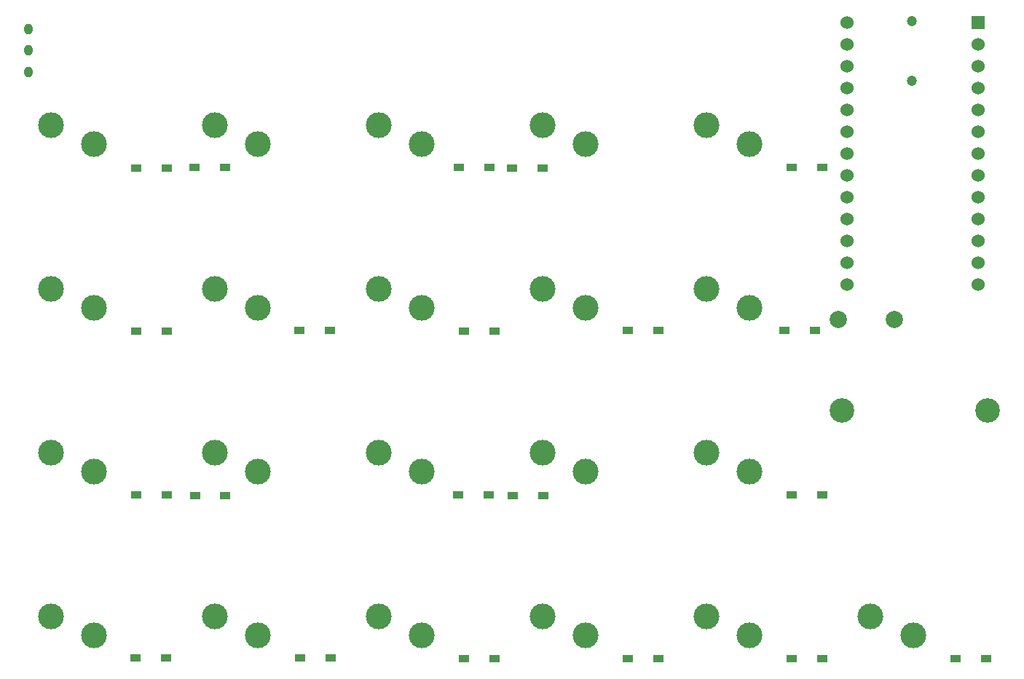
<source format=gbr>
%TF.GenerationSoftware,KiCad,Pcbnew,7.0.8*%
%TF.CreationDate,2024-10-11T08:32:43+09:00*%
%TF.ProjectId,cool642,636f6f6c-3634-4322-9e6b-696361645f70,rev?*%
%TF.SameCoordinates,Original*%
%TF.FileFunction,Soldermask,Top*%
%TF.FilePolarity,Negative*%
%FSLAX46Y46*%
G04 Gerber Fmt 4.6, Leading zero omitted, Abs format (unit mm)*
G04 Created by KiCad (PCBNEW 7.0.8) date 2024-10-11 08:32:43*
%MOMM*%
%LPD*%
G01*
G04 APERTURE LIST*
%ADD10R,1.300000X0.950000*%
%ADD11C,3.000000*%
%ADD12C,2.000000*%
%ADD13C,1.200000*%
%ADD14O,1.000000X1.300000*%
%ADD15C,2.850000*%
%ADD16C,1.524000*%
%ADD17R,1.524000X1.524000*%
G04 APERTURE END LIST*
D10*
%TO.C,D14*%
X62005000Y-27590000D03*
X65555000Y-27590000D03*
%TD*%
D11*
%TO.C,SW21*%
X-5000000Y-41800000D03*
X0Y-44000000D03*
%TD*%
%TO.C,SW15*%
X71200000Y-22750000D03*
X76200000Y-24950000D03*
%TD*%
D10*
%TO.C,D35*%
X81042500Y-65700000D03*
X84592500Y-65700000D03*
%TD*%
%TO.C,D15*%
X80215000Y-27520000D03*
X83765000Y-27520000D03*
%TD*%
D11*
%TO.C,SW33*%
X33100000Y-60850000D03*
X38100000Y-63050000D03*
%TD*%
D10*
%TO.C,D21*%
X4875000Y-46720000D03*
X8425000Y-46720000D03*
%TD*%
%TO.C,D13*%
X42975000Y-27660000D03*
X46525000Y-27660000D03*
%TD*%
D11*
%TO.C,SW4*%
X52150000Y-3700000D03*
X57150000Y-5900000D03*
%TD*%
%TO.C,SW36*%
X90250000Y-60850000D03*
X95250000Y-63050000D03*
%TD*%
%TO.C,SW3*%
X33100000Y-3700000D03*
X38100000Y-5900000D03*
%TD*%
D12*
%TO.C,SW41*%
X86490000Y-26300000D03*
X92990000Y-26300000D03*
%TD*%
D11*
%TO.C,SW31*%
X-5000000Y-60850000D03*
X0Y-63050000D03*
%TD*%
D10*
%TO.C,D25*%
X81085000Y-46680000D03*
X84635000Y-46680000D03*
%TD*%
%TO.C,D31*%
X4825000Y-65680000D03*
X8375000Y-65680000D03*
%TD*%
%TO.C,D34*%
X62015000Y-65750000D03*
X65565000Y-65750000D03*
%TD*%
D11*
%TO.C,SW1*%
X-5000000Y-3700000D03*
X0Y-5900000D03*
%TD*%
D10*
%TO.C,D24*%
X48650000Y-46760000D03*
X52200000Y-46760000D03*
%TD*%
%TO.C,D12*%
X23835000Y-27550000D03*
X27385000Y-27550000D03*
%TD*%
D11*
%TO.C,SW25*%
X71200000Y-41800000D03*
X76200000Y-44000000D03*
%TD*%
%TO.C,SW23*%
X33100000Y-41800000D03*
X38100000Y-44000000D03*
%TD*%
D10*
%TO.C,D11*%
X4855000Y-27610000D03*
X8405000Y-27610000D03*
%TD*%
D11*
%TO.C,SW2*%
X14050000Y-3700000D03*
X19050000Y-5900000D03*
%TD*%
D10*
%TO.C,D5*%
X81085000Y-8570000D03*
X84635000Y-8570000D03*
%TD*%
D11*
%TO.C,SW11*%
X-5000000Y-22750000D03*
X0Y-24950000D03*
%TD*%
%TO.C,SW5*%
X71200000Y-3700000D03*
X76200000Y-5900000D03*
%TD*%
%TO.C,SW32*%
X14050000Y-60850000D03*
X19050000Y-63050000D03*
%TD*%
D10*
%TO.C,D1*%
X4905000Y-8660000D03*
X8455000Y-8660000D03*
%TD*%
D11*
%TO.C,SW12*%
X14050000Y-22750000D03*
X19050000Y-24950000D03*
%TD*%
D10*
%TO.C,D33*%
X42975000Y-65700000D03*
X46525000Y-65700000D03*
%TD*%
%TO.C,D36*%
X100137500Y-65740000D03*
X103687500Y-65740000D03*
%TD*%
%TO.C,D23*%
X42275000Y-46660000D03*
X45825000Y-46660000D03*
%TD*%
%TO.C,D32*%
X23915000Y-65670000D03*
X27465000Y-65670000D03*
%TD*%
D11*
%TO.C,SW22*%
X14050000Y-41800000D03*
X19050000Y-44000000D03*
%TD*%
%TO.C,SW14*%
X52150000Y-22750000D03*
X57150000Y-24950000D03*
%TD*%
D10*
%TO.C,D3*%
X42370000Y-8600000D03*
X45920000Y-8600000D03*
%TD*%
%TO.C,D4*%
X48565000Y-8630000D03*
X52115000Y-8630000D03*
%TD*%
D11*
%TO.C,SW24*%
X52150000Y-41800000D03*
X57150000Y-44000000D03*
%TD*%
D10*
%TO.C,D22*%
X11695000Y-46740000D03*
X15245000Y-46740000D03*
%TD*%
D11*
%TO.C,SW35*%
X71200000Y-60850000D03*
X76200000Y-63050000D03*
%TD*%
D13*
%TO.C,J1*%
X95030000Y8460000D03*
X95030000Y1460000D03*
%TD*%
D10*
%TO.C,D2*%
X11645000Y-8590000D03*
X15195000Y-8590000D03*
%TD*%
D11*
%TO.C,SW13*%
X33100000Y-22750000D03*
X38100000Y-24950000D03*
%TD*%
%TO.C,SW34*%
X52150000Y-60850000D03*
X57150000Y-63050000D03*
%TD*%
D14*
%TO.C,SW42*%
X-7620000Y7520000D03*
X-7620000Y5020000D03*
X-7620000Y2520000D03*
%TD*%
D15*
%TO.C,BT1*%
X86950000Y-36900000D03*
X103850000Y-36900000D03*
%TD*%
D16*
%TO.C,U2*%
X87497200Y5680000D03*
X87497200Y3140000D03*
X87497200Y600000D03*
X87497200Y-1940000D03*
X87497200Y-4480000D03*
X87497200Y-7020000D03*
X87497200Y-9560000D03*
X87497200Y-12100000D03*
X87497200Y-14640000D03*
X87497200Y-17180000D03*
X87497200Y-19720000D03*
X87497200Y-22260000D03*
X102717200Y-22260000D03*
X102717200Y-19720000D03*
X102717200Y-17180000D03*
X102717200Y-14640000D03*
X102717200Y-12100000D03*
X102717200Y-9560000D03*
X102717200Y-7020000D03*
X102717200Y-4480000D03*
X102717200Y-1940000D03*
X102717200Y600000D03*
X102717200Y3140000D03*
X102717200Y5680000D03*
D17*
X102717200Y8220000D03*
D16*
X87497200Y8220000D03*
%TD*%
M02*

</source>
